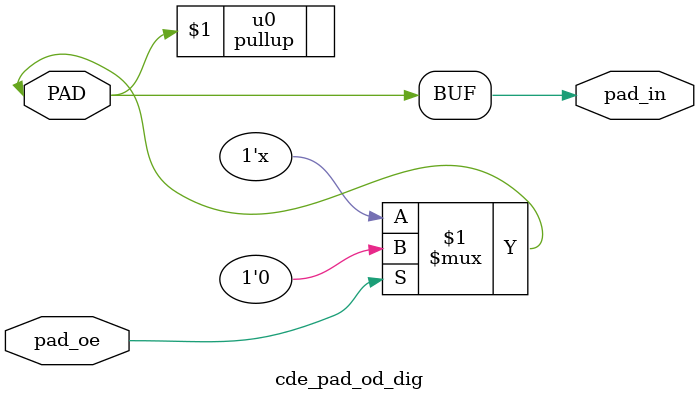
<source format=v>
/**********************************************************************/
/*                                                                    */
/*                                                                    */
/*   Copyright (c) 2012 Ouabache Design Works                         */
/*                                                                    */
/*          All Rights Reserved Worldwide                             */
/*                                                                    */
/*   Licensed under the Apache License,Version2.0 (the'License');     */
/*   you may not use this file except in compliance with the License. */
/*   You may obtain a copy of the License at                          */
/*                                                                    */
/*       http://www.apache.org/licenses/LICENSE-2.0                   */
/*                                                                    */
/*   Unless required by applicable law or agreed to in                */
/*   writing, software distributed under the License is               */
/*   distributed on an 'AS IS' BASIS, WITHOUT WARRANTIES              */
/*   OR CONDITIONS OF ANY KIND, either express or implied.            */
/*   See the License for the specific language governing              */
/*   permissions and limitations under the License.                   */
/**********************************************************************/
module  
cde_pad_od_dig(
inout   wire     PAD,
output  wire     pad_in,
input   wire     pad_oe
);
	   
assign           pad_in  = PAD;
assign           PAD     = pad_oe ? 1'b0  : 1'bz;
   
pullup u0(PAD);

endmodule



</source>
